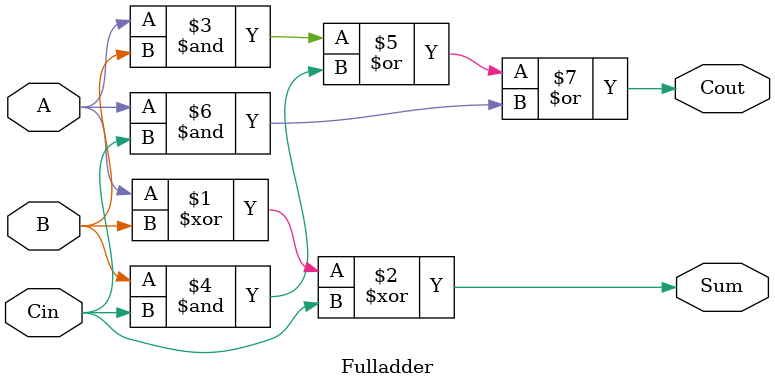
<source format=v>
module Fulladder (
    input A,        // Input bit A
    input B,        // Input bit B
    input Cin,      // Carry input
    output Sum,     // Sum output
    output Cout     // Carry output
);
    assign Sum = A ^ B ^ Cin;    // XOR for Sum
    assign Cout = (A & B) | (B & Cin) | (A & Cin); // Carry-out
endmodule
</source>
